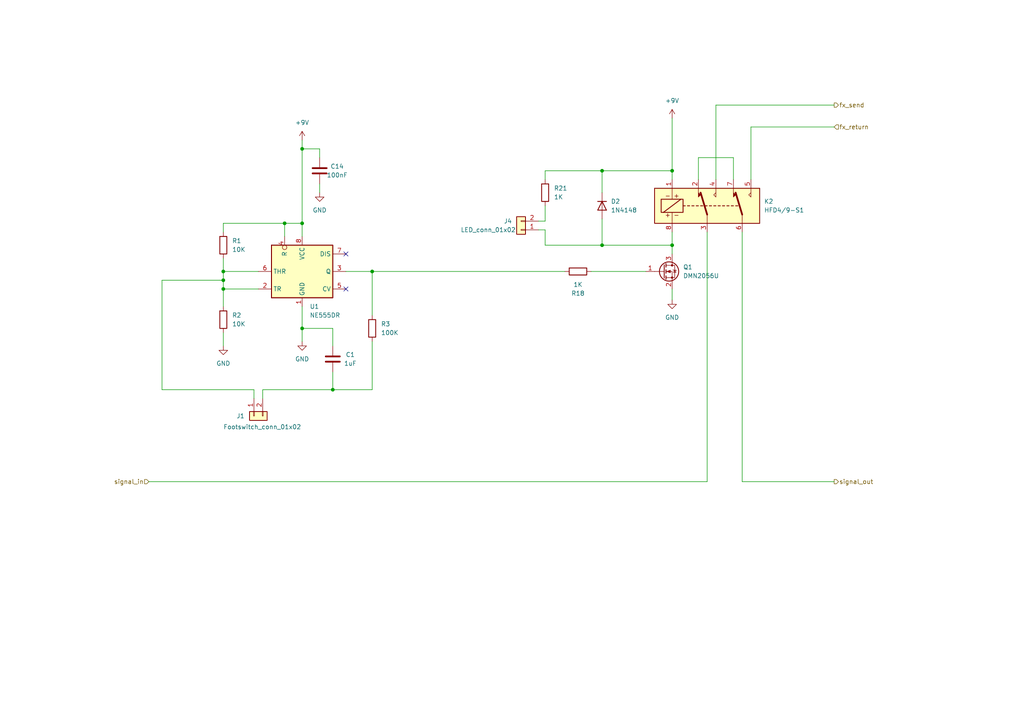
<source format=kicad_sch>
(kicad_sch (version 20230121) (generator eeschema)
  (paper "A4")
  (title_block (title "EQD Plume Clone") (date "2023-08-31") (rev "A"))
  (lib_symbols
    (symbol "Connector_Generic:Conn_01x02" (pin_names (offset 1.016) hide)
      (property "Reference" "J" (at 0 2.54 0))
      (property "Value" "Conn_01x02" (at 0 -5.08 0))
      (symbol "Conn_01x02_1_1"
        (rectangle (start -1.27 -2.413) (end 0 -2.667) (stroke (width 0.1524)))
        (rectangle (start -1.27 0.127) (end 0 -0.127) (stroke (width 0.1524)))
        (rectangle (start -1.27 1.27) (end 1.27 -3.81) (stroke (width 0.254)) (fill (type background)))
        (pin passive line (at -5.08 0 0) (length 3.81) (name "Pin_1") (number "1"))
        (pin passive line (at -5.08 -2.54 0) (length 3.81) (name "Pin_2") (number "2"))
      )
    )
    (symbol "CustomTimer:NE555D"
      (property "Reference" "U" (at -10.16 8.89 0))
      (property "Value" "NE555D" (at 3.81 8.89 0))
      (symbol "NE555D_0_0"
        (pin power_in line (at 0 -10.16 90) (length 2.54) (name "GND") (number "1"))
        (pin power_in line (at 0 10.16 270) (length 2.54) (name "VCC") (number "8"))
      )
      (symbol "NE555D_0_1"
        (rectangle (start -8.89 -7.62) (end 8.89 7.62) (stroke (width 0.254)) (fill (type background)))
        (rectangle (start -8.89 -7.62) (end 8.89 7.62) (stroke (width 0.254)) (fill (type background)))
      )
      (symbol "NE555D_1_1"
        (pin input line (at -12.7 -5.08 0) (length 3.81) (name "TR") (number "2"))
        (pin output line (at 12.7 0 180) (length 3.81) (name "Q") (number "3"))
        (pin input inverted (at -5.08 10.16 270) (length 3.81) (name "R") (number "4"))
        (pin input line (at 12.7 -5.08 180) (length 3.81) (name "CV") (number "5"))
        (pin input line (at -12.7 0 0) (length 3.81) (name "THR") (number "6"))
        (pin input line (at 12.7 5.08 180) (length 3.81) (name "DIS") (number "7"))
      )
    )
    (symbol "Device:C" (pin_numbers hide) (pin_names (offset 0.254))
      (property "Reference" "C" (at 0.635 2.54 0))
      (property "Value" "C" (at 0.635 -2.54 0))
      (symbol "C_0_1"
        (polyline (pts (xy -2.032 -0.762) (xy 2.032 -0.762)) (stroke (width 0.508)))
        (polyline (pts (xy -2.032 0.762) (xy 2.032 0.762)) (stroke (width 0.508)))
      )
      (symbol "C_1_1"
        (pin passive line (at 0 3.81 270) (length 2.794) (name "~") (number "1"))
        (pin passive line (at 0 -3.81 90) (length 2.794) (name "~") (number "2"))
      )
    )
    (symbol "Device:D" (pin_numbers hide) (pin_names (offset 1.016) hide)
      (property "Reference" "D" (at 0 2.54 0))
      (property "Value" "D" (at 0 -2.54 0))
      (symbol "D_0_1"
        (polyline (pts (xy -1.27 1.27) (xy -1.27 -1.27)) (stroke (width 0.254)))
        (polyline (pts (xy 1.27 0) (xy -1.27 0)))
        (polyline (pts (xy 1.27 1.27) (xy 1.27 -1.27) (xy -1.27 0) (xy 1.27 1.27)) (stroke (width 0.254)))
      )
      (symbol "D_1_1"
        (pin passive line (at -3.81 0 0) (length 2.54) (name "K") (number "1"))
        (pin passive line (at 3.81 0 180) (length 2.54) (name "A") (number "2"))
      )
    )
    (symbol "Device:R" (pin_numbers hide) (pin_names (offset 0))
      (property "Reference" "R" (at 2.032 0 90))
      (property "Value" "R" (at 0 0 90))
      (symbol "R_0_1"
        (rectangle (start -1.016 -2.54) (end 1.016 2.54) (stroke (width 0.254)))
      )
      (symbol "R_1_1"
        (pin passive line (at 0 3.81 270) (length 1.27) (name "~") (number "1"))
        (pin passive line (at 0 -3.81 90) (length 1.27) (name "~") (number "2"))
      )
    )
    (symbol "Relay:IM48"
      (property "Reference" "K" (at 16.51 3.81 0))
      (property "Value" "IM48" (at 16.51 1.27 0))
      (symbol "IM48_0_0"
        (text "+ -" (at -10.16 -2.667 0) (effects (font (size 1.27 1.27))))
        (text "- +" (at -10.16 2.921 0) (effects (font (size 1.27 1.27))))
      )
      (symbol "IM48_0_1"
        (rectangle (start -15.24 5.08) (end 15.24 -5.08) (stroke (width 0.254)) (fill (type background)))
        (rectangle (start -13.335 1.905) (end -6.985 -1.905) (stroke (width 0.254)))
        (polyline (pts (xy -12.7 -1.905) (xy -7.62 1.905)) (stroke (width 0.254)))
        (polyline (pts (xy -10.16 -5.08) (xy -10.16 -1.905)))
        (polyline (pts (xy -10.16 5.08) (xy -10.16 1.905)))
        (polyline (pts (xy -6.985 0) (xy -6.35 0)) (stroke (width 0.254)))
        (polyline (pts (xy -5.715 0) (xy -5.08 0)) (stroke (width 0.254)))
        (polyline (pts (xy -4.445 0) (xy -3.81 0)) (stroke (width 0.254)))
        (polyline (pts (xy -3.175 0) (xy -2.54 0)) (stroke (width 0.254)))
        (polyline (pts (xy -1.905 0) (xy -1.27 0)) (stroke (width 0.254)))
        (polyline (pts (xy -0.635 0) (xy 0 0)) (stroke (width 0.254)))
        (polyline (pts (xy 0 -2.54) (xy -1.905 3.81)) (stroke (width 0.508)))
        (polyline (pts (xy 0 -2.54) (xy 0 -5.08)))
        (polyline (pts (xy 0.635 0) (xy 1.27 0)) (stroke (width 0.254)))
        (polyline (pts (xy 1.905 0) (xy 2.54 0)) (stroke (width 0.254)))
        (polyline (pts (xy 3.175 0) (xy 3.81 0)) (stroke (width 0.254)))
        (polyline (pts (xy 4.445 0) (xy 5.08 0)) (stroke (width 0.254)))
        (polyline (pts (xy 5.715 0) (xy 6.35 0)) (stroke (width 0.254)))
        (polyline (pts (xy 6.985 0) (xy 7.62 0)) (stroke (width 0.254)))
        (polyline (pts (xy 8.255 0) (xy 8.89 0)) (stroke (width 0.254)))
        (polyline (pts (xy 10.16 -2.54) (xy 8.255 3.81)) (stroke (width 0.508)))
        (polyline (pts (xy 10.16 -2.54) (xy 10.16 -5.08)))
        (polyline (pts (xy -2.54 5.08) (xy -2.54 2.54) (xy -1.905 3.175) (xy -2.54 3.81)) (fill (type outline)))
        (polyline (pts (xy 2.54 5.08) (xy 2.54 2.54) (xy 1.905 3.175) (xy 2.54 3.81)))
        (polyline (pts (xy 7.62 5.08) (xy 7.62 2.54) (xy 8.255 3.175) (xy 7.62 3.81)) (fill (type outline)))
        (polyline (pts (xy 12.7 5.08) (xy 12.7 2.54) (xy 12.065 3.175) (xy 12.7 3.81)))
      )
      (symbol "IM48_1_1"
        (pin passive line (at -10.16 7.62 270) (length 2.54) (name "~") (number "1"))
        (pin passive line (at -2.54 7.62 270) (length 2.54) (name "~") (number "2"))
        (pin passive line (at 0 -7.62 90) (length 2.54) (name "~") (number "3"))
        (pin passive line (at 2.54 7.62 270) (length 2.54) (name "~") (number "4"))
        (pin passive line (at 12.7 7.62 270) (length 2.54) (name "~") (number "5"))
        (pin passive line (at 10.16 -7.62 90) (length 2.54) (name "~") (number "6"))
        (pin passive line (at 7.62 7.62 270) (length 2.54) (name "~") (number "7"))
        (pin passive line (at -10.16 -7.62 90) (length 2.54) (name "~") (number "8"))
      )
    )
    (symbol "Transistor_FET:DMN2056U" (pin_names hide)
      (property "Reference" "Q" (at 5.08 1.905 0))
      (property "Value" "DMN2056U" (at 5.08 0 0))
      (symbol "DMN2056U_0_1"
        (polyline (pts (xy 0.254 0) (xy -2.54 0)))
        (polyline (pts (xy 0.254 1.905) (xy 0.254 -1.905)) (stroke (width 0.254)))
        (polyline (pts (xy 0.762 -1.27) (xy 0.762 -2.286)) (stroke (width 0.254)))
        (polyline (pts (xy 0.762 0.508) (xy 0.762 -0.508)) (stroke (width 0.254)))
        (polyline (pts (xy 0.762 2.286) (xy 0.762 1.27)) (stroke (width 0.254)))
        (polyline (pts (xy 2.54 2.54) (xy 2.54 1.778)))
        (polyline (pts (xy 2.54 -2.54) (xy 2.54 0) (xy 0.762 0)))
        (polyline (pts (xy 0.762 -1.778) (xy 3.302 -1.778) (xy 3.302 1.778) (xy 0.762 1.778)))
        (polyline (pts (xy 1.016 0) (xy 2.032 0.381) (xy 2.032 -0.381) (xy 1.016 0)) (fill (type outline)))
        (polyline (pts (xy 2.794 0.508) (xy 2.921 0.381) (xy 3.683 0.381) (xy 3.81 0.254)))
        (polyline (pts (xy 3.302 0.381) (xy 2.921 -0.254) (xy 3.683 -0.254) (xy 3.302 0.381)))
        (circle (center 1.651 0) (radius 2.794) (stroke (width 0.254)))
        (circle (center 2.54 -1.778) (radius 0.254) (fill (type outline)))
        (circle (center 2.54 1.778) (radius 0.254) (fill (type outline)))
      )
      (symbol "DMN2056U_1_1"
        (pin input line (at -5.08 0 0) (length 2.54) (name "G") (number "1"))
        (pin passive line (at 2.54 -5.08 90) (length 2.54) (name "S") (number "2"))
        (pin passive line (at 2.54 5.08 270) (length 2.54) (name "D") (number "3"))
      )
    )
    (symbol "power:+9V" (power) (pin_names (offset 0))
      (property "Value" "+9V" (at 0 3.556 0))
      (symbol "+9V_0_1"
        (polyline (pts (xy -0.762 1.27) (xy 0 2.54)))
        (polyline (pts (xy 0 0) (xy 0 2.54)))
        (polyline (pts (xy 0 2.54) (xy 0.762 1.27)))
      )
      (symbol "+9V_1_1"
        (pin power_in line (at 0 0 90) (length 0) hide (name "+9V") (number "1"))
      )
    )
    (symbol "power:GND" (power) (pin_names (offset 0))
      (property "Value" "GND" (at 0 -3.81 0))
      (symbol "GND_0_1"
        (polyline (pts (xy 0 0) (xy 0 -1.27) (xy 1.27 -1.27) (xy 0 -2.54) (xy -1.27 -1.27) (xy 0 -1.27)))
      )
      (symbol "GND_1_1"
        (pin power_in line (at 0 0 270) (length 0) hide (name "GND") (number "1"))
      )
    )
  )
  (junction (at 87.63 43.18))
  (junction (at 64.77 81.28))
  (junction (at 194.945 71.12))
  (junction (at 64.77 78.74))
  (junction (at 107.95 78.74))
  (junction (at 64.77 83.82))
  (junction (at 87.63 95.25))
  (junction (at 82.55 64.77))
  (junction (at 174.625 49.53))
  (junction (at 96.52 113.03))
  (junction (at 194.945 49.53))
  (junction (at 174.625 71.12))
  (junction (at 87.63 64.77))
  (no_connect (at 100.33 83.82))
  (no_connect (at 100.33 73.66))
  (wire (pts (xy 100.33 78.74) (xy 107.95 78.74)))
  (wire (pts (xy 158.115 59.69) (xy 158.115 64.135)))
  (wire (pts (xy 64.77 78.74) (xy 64.77 74.93)))
  (wire (pts (xy 64.77 96.52) (xy 64.77 100.33)))
  (wire (pts (xy 174.625 71.12) (xy 194.945 71.12)))
  (wire (pts (xy 194.945 83.82) (xy 194.945 86.995)))
  (wire (pts (xy 64.77 78.74) (xy 64.77 81.28)))
  (wire (pts (xy 87.63 43.18) (xy 92.71 43.18)))
  (wire (pts (xy 46.99 113.03) (xy 73.66 113.03)))
  (wire (pts (xy 64.77 83.82) (xy 74.93 83.82)))
  (wire (pts (xy 96.52 113.03) (xy 107.95 113.03)))
  (wire (pts (xy 92.71 45.72) (xy 92.71 43.18)))
  (wire (pts (xy 202.565 52.07) (xy 202.565 45.72)))
  (wire (pts (xy 76.2 115.57) (xy 76.2 113.03)))
  (wire (pts (xy 174.625 63.5) (xy 174.625 71.12)))
  (wire (pts (xy 207.645 52.07) (xy 207.645 30.48)))
  (wire (pts (xy 87.63 64.77) (xy 87.63 68.58)))
  (wire (pts (xy 46.99 81.28) (xy 46.99 113.03)))
  (wire (pts (xy 194.945 34.29) (xy 194.945 49.53)))
  (wire (pts (xy 107.95 91.44) (xy 107.95 78.74)))
  (wire (pts (xy 158.115 66.675) (xy 158.115 71.12)))
  (wire (pts (xy 194.945 49.53) (xy 194.945 52.07)))
  (wire (pts (xy 73.66 115.57) (xy 73.66 113.03)))
  (wire (pts (xy 82.55 68.58) (xy 82.55 64.77)))
  (wire (pts (xy 64.77 64.77) (xy 82.55 64.77)))
  (wire (pts (xy 82.55 64.77) (xy 87.63 64.77)))
  (wire (pts (xy 217.805 52.07) (xy 217.805 36.83)))
  (wire (pts (xy 64.77 83.82) (xy 64.77 88.9)))
  (wire (pts (xy 215.265 139.7) (xy 241.935 139.7)))
  (wire (pts (xy 87.63 95.25) (xy 96.52 95.25)))
  (wire (pts (xy 64.77 81.28) (xy 64.77 83.82)))
  (wire (pts (xy 194.945 71.12) (xy 194.945 73.66)))
  (wire (pts (xy 194.945 67.31) (xy 194.945 71.12)))
  (wire (pts (xy 87.63 88.9) (xy 87.63 95.25)))
  (wire (pts (xy 174.625 49.53) (xy 158.115 49.53)))
  (wire (pts (xy 92.71 53.34) (xy 92.71 55.88)))
  (wire (pts (xy 96.52 107.95) (xy 96.52 113.03)))
  (wire (pts (xy 171.45 78.74) (xy 187.325 78.74)))
  (wire (pts (xy 217.805 36.83) (xy 241.935 36.83)))
  (wire (pts (xy 43.18 139.7) (xy 205.105 139.7)))
  (wire (pts (xy 158.115 71.12) (xy 174.625 71.12)))
  (wire (pts (xy 107.95 78.74) (xy 163.83 78.74)))
  (wire (pts (xy 107.95 113.03) (xy 107.95 99.06)))
  (wire (pts (xy 207.645 30.48) (xy 241.935 30.48)))
  (wire (pts (xy 174.625 55.88) (xy 174.625 49.53)))
  (wire (pts (xy 74.93 78.74) (xy 64.77 78.74)))
  (wire (pts (xy 87.63 43.18) (xy 87.63 64.77)))
  (wire (pts (xy 96.52 95.25) (xy 96.52 100.33)))
  (wire (pts (xy 76.2 113.03) (xy 96.52 113.03)))
  (wire (pts (xy 215.265 67.31) (xy 215.265 139.7)))
  (wire (pts (xy 156.21 64.135) (xy 158.115 64.135)))
  (wire (pts (xy 156.21 66.675) (xy 158.115 66.675)))
  (wire (pts (xy 205.105 67.31) (xy 205.105 139.7)))
  (wire (pts (xy 87.63 95.25) (xy 87.63 99.06)))
  (wire (pts (xy 174.625 49.53) (xy 194.945 49.53)))
  (wire (pts (xy 64.77 81.28) (xy 46.99 81.28)))
  (wire (pts (xy 64.77 64.77) (xy 64.77 67.31)))
  (wire (pts (xy 202.565 45.72) (xy 212.725 45.72)))
  (wire (pts (xy 158.115 49.53) (xy 158.115 52.07)))
  (wire (pts (xy 87.63 40.64) (xy 87.63 43.18)))
  (wire (pts (xy 212.725 45.72) (xy 212.725 52.07)))
  (hierarchical_label "fx_send" (shape output) (at 241.935 30.48 0))
  (hierarchical_label "signal_in" (shape input) (at 43.18 139.7 180))
  (hierarchical_label "fx_return" (shape input) (at 241.935 36.83 0))
  (hierarchical_label "signal_out" (shape output) (at 241.935 139.7 0))
  (symbol (lib_id "Connector_Generic:Conn_01x02") (at 151.13 66.675 180) (unit 1)
    (property "Reference" "J4" (at 147.32 64.135 0))
    (property "Value" "LED_conn_01x02" (at 141.605 66.675 0))
  )
  (symbol (lib_id "Transistor_FET:DMN2056U") (at 192.405 78.74 0) (unit 1)
    (property "Reference" "Q1" (at 198.12 77.47 0) (effects (justify left)))
    (property "Value" "DMN2056U" (at 198.12 80.01 0) (effects (justify left)))
    (property "Footprint" "Package_TO_SOT_SMD:SOT-23" (effects hide))
    (property "Datasheet" "http://www.diodes.com/assets/Datasheets/DMN2056U.pdf" (effects hide))
    (property "LCSC" "C332302" (effects hide))
  )
  (symbol (lib_id "Device:R") (at 158.115 55.88 0) (unit 1)
    (property "Reference" "R21" (at 160.655 54.61 0) (effects (justify left)))
    (property "Value" "1K" (at 160.655 57.15 0) (effects (justify left)))
    (property "Footprint" "Resistor_SMD:R_0805_2012Metric_Pad1.20x1.40mm_HandSolder" (effects hide))
    (property "LCSC" "C2907295" (effects hide))
  )
  (symbol (lib_id "power:GND") (at 92.71 55.88 0) (unit 1)
    (property "Reference" "#PWR023" (effects hide))
    (property "Value" "GND" (at 92.71 60.96 0))
  )
  (symbol (lib_id "Device:R") (at 64.77 92.71 180) (unit 1)
    (property "Reference" "R2" (at 67.31 91.44 0) (effects (justify right)))
    (property "Value" "10K" (at 67.31 93.98 0) (effects (justify right)))
    (property "Footprint" "Resistor_SMD:R_0805_2012Metric_Pad1.20x1.40mm_HandSolder" (effects hide))
    (property "LCSC" "C2930231" (effects hide))
  )
  (symbol (lib_id "power:GND") (at 64.77 100.33 0) (unit 1)
    (property "Reference" "#PWR05" (effects hide))
    (property "Value" "GND" (at 64.77 105.41 0))
  )
  (symbol (lib_id "power:GND") (at 87.63 99.06 0) (unit 1)
    (property "Reference" "#PWR04" (effects hide))
    (property "Value" "GND" (at 87.63 104.14 0))
  )
  (symbol (lib_id "Device:C") (at 92.71 49.53 0) (unit 1)
    (property "Reference" "C14" (at 97.79 48.26 0))
    (property "Value" "100nF" (at 97.79 50.8 0))
    (property "Footprint" "Capacitor_SMD:C_0805_2012Metric_Pad1.18x1.45mm_HandSolder" (effects hide))
    (property "LCSC" "C476766" (effects hide))
  )
  (symbol (lib_id "Device:R") (at 64.77 71.12 180) (unit 1)
    (property "Reference" "R1" (at 67.31 69.85 0) (effects (justify right)))
    (property "Value" "10K" (at 67.31 72.39 0) (effects (justify right)))
    (property "Footprint" "Resistor_SMD:R_0805_2012Metric_Pad1.20x1.40mm_HandSolder" (effects hide))
    (property "LCSC" "C2930231" (effects hide))
  )
  (symbol (lib_id "Device:C") (at 96.52 104.14 0) (unit 1)
    (property "Reference" "C1" (at 101.6 102.87 0))
    (property "Value" "1uF" (at 101.6 105.41 0))
    (property "Footprint" "Capacitor_SMD:C_0805_2012Metric_Pad1.18x1.45mm_HandSolder" (effects hide))
    (property "LCSC" "C7393936" (effects hide))
  )
  (symbol (lib_id "CustomTimer:NE555D") (at 87.63 78.74 0) (unit 1)
    (property "Reference" "U1" (at 89.8241 88.9 0) (effects (justify left)))
    (property "Value" "NE555DR" (at 89.8241 91.44 0) (effects (justify left)))
    (property "Footprint" "Package_SO:SOIC-8_3.9x4.9mm_P1.27mm" (effects hide))
    (property "Datasheet" "http://www.ti.com/lit/ds/symlink/ne555.pdf" (effects hide))
    (property "LCSC" "C695838" (effects hide))
  )
  (symbol (lib_id "Device:D") (at 174.625 59.69 270) (unit 1)
    (property "Reference" "D2" (at 177.165 58.42 90) (effects (justify left)))
    (property "Value" "1N4148" (at 177.165 60.96 90) (effects (justify left)))
    (property "Footprint" "Diode_SMD:D_SOD-123" (effects hide))
    (property "Datasheet" "https://datasheet.lcsc.com/lcsc/2308071513_JSMSEMI-1N4148W_C917030.pdf" (effects hide))
    (property "Sim.Device" "D" (effects hide))
    (property "Sim.Pins" "1=K 2=A" (effects hide))
    (property "LCSC" "C917030" (effects hide))
  )
  (symbol (lib_id "Connector_Generic:Conn_01x02") (at 73.66 120.65 90) (mirror x) (unit 1)
    (property "Reference" "J1" (at 68.58 120.65 90) (effects (justify right)))
    (property "Value" "Footswitch_conn_01x02" (at 64.77 123.825 90) (effects (justify right)))
    (property "Footprint" "Connector_PinHeader_2.54mm:PinHeader_1x02_P2.54mm_Vertical" (effects hide))
  )
  (symbol (lib_id "power:+9V") (at 87.63 40.64 0) (unit 1)
    (property "Reference" "#PWR01" (effects hide))
    (property "Value" "+9V" (at 87.63 35.56 0))
  )
  (symbol (lib_id "Relay:IM48") (at 205.105 59.69 0) (unit 1)
    (property "Reference" "K2" (at 221.615 58.42 0) (effects (justify left)))
    (property "Value" "HFD4/9-S1" (at 221.615 60.96 0) (effects (justify left)))
    (property "Footprint" "Relay_SMD:Relay_Fujitsu_FTR-B3S" (effects hide))
    (property "Datasheet" "https://datasheet.lcsc.com/lcsc/1912171131_HF-Xiamen-Hongfa-Electroacoustic-HFD4-9-S_C473054.pdf" (effects hide))
    (property "LCSC" "C473054" (effects hide))
  )
  (symbol (lib_id "power:+9V") (at 194.945 34.29 0) (unit 1)
    (property "Reference" "#PWR022" (effects hide))
    (property "Value" "+9V" (at 194.945 29.21 0))
  )
  (symbol (lib_id "Device:R") (at 167.64 78.74 90) (unit 1)
    (property "Reference" "R18" (at 167.64 85.09 90))
    (property "Value" "1K" (at 167.64 82.55 90))
    (property "Footprint" "Resistor_SMD:R_0805_2012Metric_Pad1.20x1.40mm_HandSolder" (effects hide))
    (property "LCSC" "C2907295" (effects hide))
  )
  (symbol (lib_id "Device:R") (at 107.95 95.25 180) (unit 1)
    (property "Reference" "R3" (at 110.49 93.98 0) (effects (justify right)))
    (property "Value" "100K" (at 110.49 96.52 0) (effects (justify right)))
    (property "Footprint" "Resistor_SMD:R_0805_2012Metric_Pad1.20x1.40mm_HandSolder" (effects hide))
    (property "LCSC" "C2907293" (effects hide))
  )
  (symbol (lib_id "power:GND") (at 194.945 86.995 0) (unit 1)
    (property "Reference" "#PWR019" (effects hide))
    (property "Value" "GND" (at 194.945 92.075 0))
  )
)
</source>
